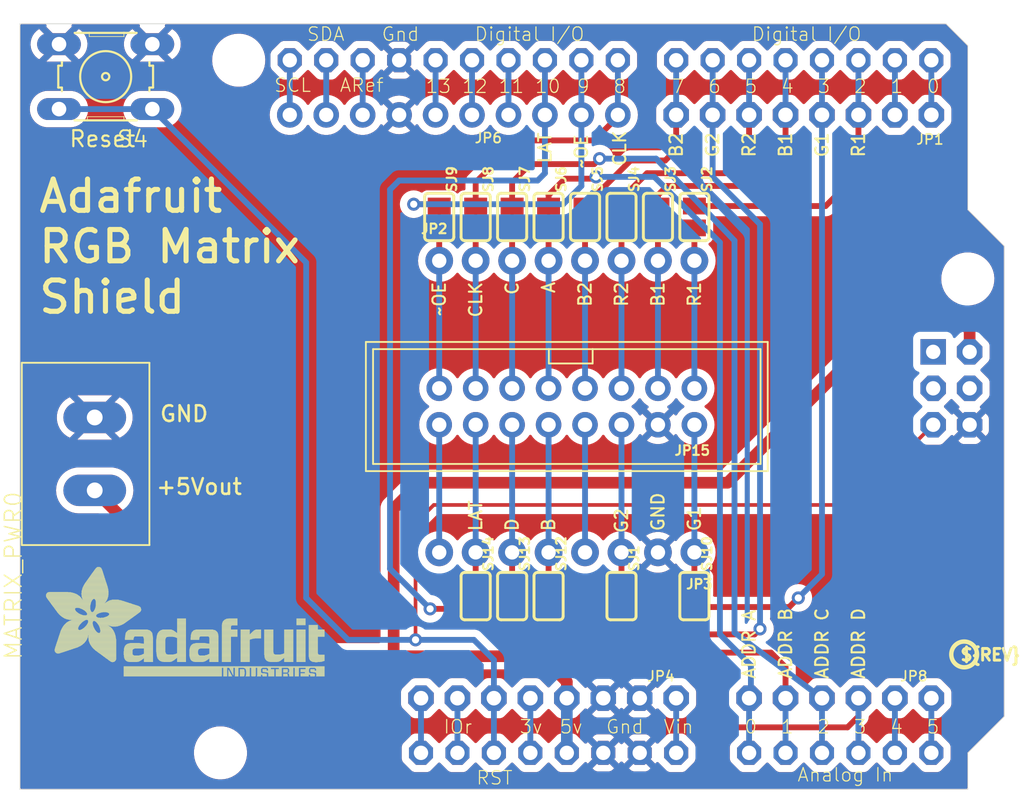
<source format=kicad_pcb>
(kicad_pcb (version 20221018) (generator pcbnew)
  (layers (0 "F.Cu" signal) (31 "B.Cu" signal) (34 "B.Paste" user) (35 "F.Paste" user) (36 "B.SilkS" user "B.Silkscreen") (37 "F.SilkS" user "F.Silkscreen") (38 "B.Mask" user) (39 "F.Mask" user) (44 "Edge.Cuts" user))
  (net 0 "")
  (net 1 "GND")
  (net 2 "VIN")
  (net 3 "+3V")
  (net 4 "~{RESET}")
  (net 5 "IOREF")
  (net 6 "NC")
  (net 7 "AREF")
  (net 8 "D5")
  (net 9 "D2")
  (net 10 "D1")
  (net 11 "D0")
  (net 12 "A5")
  (net 13 "A4")
  (net 14 "A3")
  (net 15 "A2")
  (net 16 "A1")
  (net 17 "A0")
  (net 18 "+5V")
  (net 19 "D13")
  (net 20 "D11")
  (net 21 "D12")
  (net 22 "D10")
  (net 23 "D9")
  (net 24 "D8")
  (net 25 "D7")
  (net 26 "D6")
  (net 27 "D3")
  (net 28 "D4")
  (net 29 "SDA")
  (net 30 "SCL")
  (net 31 "R1")
  (net 32 "B1")
  (net 33 "R2")
  (net 34 "B2")
  (net 35 "ADDR_A")
  (net 36 "ADDR_C")
  (net 37 "CLK")
  (net 38 "OE")
  (net 39 "LAT")
  (net 40 "ADDR_D")
  (net 41 "ADDR_B")
  (net 42 "G2")
  (net 43 "G1")
  (net 44 "E_1")
  (net 45 "E_2")
  (net 46 "MISO")
  (net 47 "SCK")
  (net 48 "MOSI")
  (footprint "working:SOLDERJUMPER_CLOSEDWIRE" (layer "F.Cu") (at 161.2011 91.7956 -90)
    (fp_text reference "SJ2")
    (fp_text value "")
  )
  (footprint "working:1X08-CLEANBIG" (layer "F.Cu") (at 168.8211 84.6836)
    (fp_text reference "JP1")
    (fp_text value "")
  )
  (footprint "working:ADAFRUIT_TEXT_20MM" (layer "F.Cu") (at 115.8621 123.7996)
    (fp_text reference "U$9" hide)
    (fp_text value "" hide)
  )
  (footprint "working:SOLDERJUMPER_CLOSEDWIRE" (layer "F.Cu") (at 151.0411 91.7956 -90)
    (fp_text reference "SJ6")
    (fp_text value "")
  )
  (footprint "working:B3F-10XX" (layer "F.Cu") (at 120.1801 82.0166 180)
    (fp_text reference "S4")
    (fp_text value "6mm")
  )
  (footprint "working:SOLDERJUMPER_CLOSEDWIRE" (layer "F.Cu") (at 145.9611 118.2116 -90)
    (fp_text reference "SJ14")
    (fp_text value "")
  )
  (footprint "working:SOLDERJUMPER_CLOSEDWIRE" (layer "F.Cu") (at 148.5011 118.2116 -90)
    (fp_text reference "SJ13")
    (fp_text value "")
  )
  (footprint "working:2X08_SHROUDED" (layer "F.Cu") (at 152.3111 105.0036 180)
    (fp_text reference "JP15")
    (fp_text value "Shrouded 2x8")
  )
  (footprint "working:1X08_ROUND_76" (layer "F.Cu") (at 152.3111 115.1636 180)
    (fp_text reference "JP3")
    (fp_text value "")
  )
  (footprint "working:SOLDERJUMPER_CLOSEDWIRE" (layer "F.Cu") (at 151.0411 118.2116 -90)
    (fp_text reference "SJ12")
    (fp_text value "")
  )
  (footprint "working:SOLDERJUMPER_CLOSEDWIRE" (layer "F.Cu") (at 161.2011 118.2116 -90)
    (fp_text reference "SJ10")
    (fp_text value "")
  )
  (footprint "" (layer "F.Cu") (at 128.1811 129.1336)
    (fp_text reference "@HOLE1" hide)
    (fp_text value "")
  )
  (footprint "working:PCBFEAT-REV-040" (layer "F.Cu") (at 179.9971 122.2756)
    (fp_text reference "U$8" hide)
    (fp_text value "" hide)
  )
  (footprint "" (layer "F.Cu") (at 129.4511 80.8736)
    (fp_text reference "@HOLE0" hide)
    (fp_text value "")
  )
  (footprint "working:SOLDERJUMPER_CLOSEDWIRE" (layer "F.Cu") (at 148.5011 91.7956 -90)
    (fp_text reference "SJ7")
    (fp_text value "")
  )
  (footprint "working:SOLDERJUMPER_CLOSEDWIRE" (layer "F.Cu") (at 158.6611 91.7956 -90)
    (fp_text reference "SJ3")
    (fp_text value "")
  )
  (footprint "working:1X10_ROUND70" (layer "F.Cu") (at 144.4371 84.6836)
    (fp_text reference "JP6")
    (fp_text value "")
  )
  (footprint "working:SOLDERJUMPER_CLOSEDWIRE" (layer "F.Cu") (at 153.5811 91.7956 -90)
    (fp_text reference "SJ5")
    (fp_text value "")
  )
  (footprint "working:SOLDERJUMPER_CLOSEDWIRE" (layer "F.Cu") (at 156.1211 91.7956 -90)
    (fp_text reference "SJ4")
    (fp_text value "")
  )
  (footprint "working:TERMBLOCK508" (layer "F.Cu") (at 119.4181 108.3056 -90)
    (fp_text reference "MATRIX_PWR0")
    (fp_text value "PINHEAD" hide)
  )
  (footprint "working:SOLDERJUMPER_CLOSEDWIRE" (layer "F.Cu") (at 143.4211 91.7956 -90)
    (fp_text reference "SJ9")
    (fp_text value "")
  )
  (footprint "" (layer "F.Cu") (at 180.2511 96.1136)
    (fp_text reference "@HOLE2" hide)
    (fp_text value "")
  )
  (footprint "working:1X08_ROUND_76" (layer "F.Cu") (at 152.3111 94.8436)
    (fp_text reference "JP2")
    (fp_text value "")
  )
  (footprint "working:SOLDERJUMPER_CLOSEDWIRE" (layer "F.Cu") (at 145.9611 91.7956 -90)
    (fp_text reference "SJ8")
    (fp_text value "")
  )
  (footprint "working:SOLDERJUMPER_CLOSEDWIRE" (layer "F.Cu") (at 156.1211 118.2116 -90)
    (fp_text reference "SJ1")
    (fp_text value "")
  )
  (footprint "working:ARDUINOR3_ICSP_NODIM" (layer "F.Cu") (at 114.2111 131.6736)
    (fp_text reference "U$41" hide)
    (fp_text value "ARDUINO_R3_ICSP_NODIM" hide)
  )
  (footprint "working:1X08-CLEANBIG" (layer "F.Cu") (at 151.0411 125.3236 180)
    (fp_text reference "JP4")
    (fp_text value "")
  )
  (footprint "working:1X06-CLEANBIG" (layer "F.Cu") (at 171.3611 125.3236 180)
    (fp_text reference "JP8")
    (fp_text value "")
  )
  (gr_line (start 182.7911 93.8276) (end 180.2511 91.2876) (stroke (width 0.05)) (layer "Edge.Cuts"))
  (gr_line (start 180.2511 131.6736) (end 180.2511 129.1336) (stroke (width 0.05)) (layer "Edge.Cuts"))
  (gr_line (start 180.2511 129.1336) (end 182.7911 126.5936) (stroke (width 0.05)) (layer "Edge.Cuts"))
  (gr_line (start 180.2511 79.8576) (end 178.7271 78.3336) (stroke (width 0.05)) (layer "Edge.Cuts"))
  (gr_line (start 180.2511 91.2876) (end 180.2511 79.8576) (stroke (width 0.05)) (layer "Edge.Cuts"))
  (gr_line (start 178.7271 78.3336) (end 114.2111 78.3336) (stroke (width 0.05)) (layer "Edge.Cuts"))
  (gr_line (start 114.2111 78.3336) (end 114.2111 131.6736) (stroke (width 0.05)) (layer "Edge.Cuts"))
  (gr_line (start 182.7911 126.5936) (end 182.7911 93.8276) (stroke (width 0.05)) (layer "Edge.Cuts"))
  (gr_line (start 114.2111 131.6736) (end 180.2511 131.6736) (stroke (width 0.05)) (layer "Edge.Cuts"))
  (gr_text "R1" (at 172.6311 85.8266 90) (layer "F.SilkS") (effects (font (size 0.87376 0.87376) (thickness 0.14224)) (justify right)))
  (gr_text "D" (at 148.5011 113.7666 90) (layer "F.SilkS") (effects (font (size 0.87376 0.87376) (thickness 0.14224)) (justify left)))
  (gr_text "A" (at 151.0411 96.2406 90) (layer "F.SilkS") (effects (font (size 0.87376 0.87376) (thickness 0.14224)) (justify right)))
  (gr_text "CLK" (at 145.9611 96.2406 90) (layer "F.SilkS") (effects (font (size 0.87376 0.87376) (thickness 0.14224)) (justify right)))
  (gr_text "Reset" (at 122.3391 85.6996) (layer "F.SilkS") (effects (font (size 1.1176 1.1176) (thickness 0.1524)) (justify right top)))
  (gr_text "R1" (at 161.2011 96.2406 90) (layer "F.SilkS") (effects (font (size 0.87376 0.87376) (thickness 0.14224)) (justify right)))
  (gr_text "C" (at 148.5011 96.2406 90) (layer "F.SilkS") (effects (font (size 0.87376 0.87376) (thickness 0.14224)) (justify right)))
  (gr_text "B" (at 151.0411 113.7666 90) (layer "F.SilkS") (effects (font (size 0.87376 0.87376) (thickness 0.14224)) (justify left)))
  (gr_text "ADDR C" (at 170.0911 124.0536 90) (layer "F.SilkS") (effects (font (size 0.87376 0.87376) (thickness 0.14224)) (justify left)))
  (gr_text "LAT" (at 150.7871 85.8266 90) (layer "F.SilkS") (effects (font (size 0.87376 0.87376) (thickness 0.14224)) (justify right)))
  (gr_text "LAT" (at 145.9611 113.7666 90) (layer "F.SilkS") (effects (font (size 0.87376 0.87376) (thickness 0.14224)) (justify left)))
  (gr_text "GND" (at 123.8631 105.5116) (layer "F.SilkS") (effects (font (size 1.0922 1.0922) (thickness 0.1778)) (justify left)))
  (gr_text "G2" (at 162.4711 85.8266 90) (layer "F.SilkS") (effects (font (size 0.87376 0.87376) (thickness 0.14224)) (justify right)))
  (gr_text "+5Vout" (at 123.6091 110.5916) (layer "F.SilkS") (effects (font (size 1.0922 1.0922) (thickness 0.1778)) (justify left)))
  (gr_text "GND" (at 158.6611 113.7666 90) (layer "F.SilkS") (effects (font (size 0.87376 0.87376) (thickness 0.14224)) (justify left)))
  (gr_text "G2" (at 156.1211 113.8936 90) (layer "F.SilkS") (effects (font (size 0.87376 0.87376) (thickness 0.14224)) (justify left)))
  (gr_text "ADDR D" (at 172.6311 124.0536 90) (layer "F.SilkS") (effects (font (size 0.87376 0.87376) (thickness 0.14224)) (justify left)))
  (gr_text "B2" (at 159.9311 85.8266 90) (layer "F.SilkS") (effects (font (size 0.87376 0.87376) (thickness 0.14224)) (justify right)))
  (gr_text "~OE" (at 153.3271 85.9536 90) (layer "F.SilkS") (effects (font (size 0.87376 0.87376) (thickness 0.14224)) (justify right)))
  (gr_text "~OE" (at 143.4211 96.2406 90) (layer "F.SilkS") (effects (font (size 0.87376 0.87376) (thickness 0.14224)) (justify right)))
  (gr_text "G1" (at 161.2011 113.7666 90) (layer "F.SilkS") (effects (font (size 0.87376 0.87376) (thickness 0.14224)) (justify left)))
  (gr_text "R2" (at 156.1211 96.2406 90) (layer "F.SilkS") (effects (font (size 0.87376 0.87376) (thickness 0.14224)) (justify right)))
  (gr_text "B1" (at 158.6611 96.2406 90) (layer "F.SilkS") (effects (font (size 0.87376 0.87376) (thickness 0.14224)) (justify right)))
  (gr_text "G1" (at 170.0911 85.8266 90) (layer "F.SilkS") (effects (font (size 0.87376 0.87376) (thickness 0.14224)) (justify right)))
  (gr_text "R2" (at 165.0111 85.8266 90) (layer "F.SilkS") (effects (font (size 0.87376 0.87376) (thickness 0.14224)) (justify right)))
  (gr_text "CLK" (at 155.9941 85.6996 90) (layer "F.SilkS") (effects (font (size 0.87376 0.87376) (thickness 0.14224)) (justify right)))
  (gr_text "ADDR B" (at 167.5511 124.0536 90) (layer "F.SilkS") (effects (font (size 0.87376 0.87376) (thickness 0.14224)) (justify left)))
  (gr_text "B1" (at 167.5511 85.8266 90) (layer "F.SilkS") (effects (font (size 0.87376 0.87376) (thickness 0.14224)) (justify right)))
  (gr_text "ADDR A" (at 165.0111 124.0536 90) (layer "F.SilkS") (effects (font (size 0.87376 0.87376) (thickness 0.14224)) (justify left)))
  (gr_text "Adafruit\nRGB Matrix\nShield" (at 115.3541 98.6536) (layer "F.SilkS") (effects (font (size 2.1844 2.1844) (thickness 0.3556)) (justify left bottom)))
  (gr_text "B2" (at 153.5811 96.2406 90) (layer "F.SilkS") (effects (font (size 0.87376 0.87376) (thickness 0.14224)) (justify right)))
  (segment (start 180.2511 106.4006) (end 180.3781 106.2736) (width 0.4064) (layer "F.Cu") (net 1))
  (segment (start 157.2641 125.1966) (end 157.3911 125.3236) (width 0.4064) (layer "B.Cu") (net 1))
  (segment (start 159.9311 125.3236) (end 159.9311 129.1336) (width 0.4064) (layer "B.Cu") (net 2))
  (segment (start 149.7711 129.1336) (end 149.7711 125.3236) (width 0.4064) (layer "B.Cu") (net 3))
  (segment (start 141.7701 113.1316) (end 141.7701 121.2596) (width 0.254) (layer "F.Cu") (net 4))
  (segment (start 177.8381 106.2736) (end 172.2501 111.8616) (width 0.254) (layer "F.Cu") (net 4))
  (segment (start 143.0401 111.8616) (end 141.7701 113.1316) (width 0.254) (layer "F.Cu") (net 4))
  (segment (start 172.2501 111.8616) (end 143.0401 111.8616) (width 0.254) (layer "F.Cu") (net 4))
  (via (at 141.7701 121.2596) (size 0.9064) (drill 0.5) (layers "F.Cu" "B.Cu") (net 4))
  (segment (start 147.2311 125.3236) (end 147.2311 129.1336) (width 0.4064) (layer "B.Cu") (net 4))
  (segment (start 134.1501 94.9706) (end 125.7681 86.5886) (width 0.4064) (layer "B.Cu") (net 4))
  (segment (start 134.1501 118.3386) (end 134.1501 94.9706) (width 0.4064) (layer "B.Cu") (net 4))
  (segment (start 147.2311 125.3236) (end 147.2311 122.6566) (width 0.4064) (layer "B.Cu") (net 4))
  (segment (start 145.8341 121.2596) (end 141.7701 121.2596) (width 0.4064) (layer "B.Cu") (net 4))
  (segment (start 137.0711 121.2596) (end 134.1501 118.3386) (width 0.4064) (layer "B.Cu") (net 4))
  (segment (start 116.9289 84.2772) (end 123.4313 84.2772) (width 0.4064) (layer "B.Cu") (net 4))
  (segment (start 125.7681 86.5886) (end 123.4567 84.3026) (width 0.4064) (layer "B.Cu") (net 4))
  (segment (start 123.4567 84.3026) (end 123.4313 84.2772) (width 0.4064) (layer "B.Cu") (net 4))
  (segment (start 141.7701 121.2596) (end 137.0711 121.2596) (width 0.4064) (layer "B.Cu") (net 4))
  (segment (start 147.2311 122.6566) (end 145.8341 121.2596) (width 0.4064) (layer "B.Cu") (net 4))
  (segment (start 144.6911 129.1336) (end 144.6911 125.3236) (width 0.4064) (layer "B.Cu") (net 5))
  (segment (start 142.1511 125.3236) (end 142.1511 129.1336) (width 0.4064) (layer "B.Cu") (net 6))
  (segment (start 138.0871 80.8736) (end 138.0871 84.6836) (width 0.4064) (layer "B.Cu") (net 7))
  (segment (start 156.1211 90.5256) (end 157.8991 88.7476) (width 0.4064) (layer "F.Cu") (net 8))
  (segment (start 165.0111 87.9856) (end 165.0111 84.6836) (width 0.4064) (layer "F.Cu") (net 8))
  (segment (start 164.2491 88.7476) (end 165.0111 87.9856) (width 0.4064) (layer "F.Cu") (net 8))
  (segment (start 157.8991 88.7476) (end 164.2491 88.7476) (width 0.4064) (layer "F.Cu") (net 8))
  (segment (start 156.1211 91.0336) (end 156.1211 90.5256) (width 0.4064) (layer "F.Cu") (net 8))
  (segment (start 165.0111 80.8736) (end 165.0111 84.6836) (width 0.4064) (layer "B.Cu") (net 8))
  (segment (start 170.3451 91.0336) (end 172.6311 88.7476) (width 0.4064) (layer "F.Cu") (net 9))
  (segment (start 161.2011 91.0336) (end 170.3451 91.0336) (width 0.4064) (layer "F.Cu") (net 9))
  (segment (start 172.6311 88.7476) (end 172.6311 84.6836) (width 0.4064) (layer "F.Cu") (net 9))
  (segment (start 172.6311 80.8736) (end 172.6311 84.6836) (width 0.4064) (layer "B.Cu") (net 9))
  (segment (start 175.1711 80.8736) (end 175.1711 84.6836) (width 0.4064) (layer "B.Cu") (net 10))
  (segment (start 177.7111 80.8736) (end 177.7111 84.6836) (width 0.4064) (layer "B.Cu") (net 11))
  (segment (start 177.7111 125.3236) (end 177.7111 129.1336) (width 0.4064) (layer "B.Cu") (net 12))
  (segment (start 175.1711 129.1336) (end 175.1711 125.3236) (width 0.4064) (layer "B.Cu") (net 13))
  (segment (start 162.4711 125.7046) (end 162.4711 124.4346) (width 0.4064) (layer "F.Cu") (net 14))
  (segment (start 172.6311 125.3236) (end 172.6311 126.5936) (width 0.4064) (layer "F.Cu") (net 14))
  (segment (start 162.4711 124.4346) (end 161.4551 123.4186) (width 0.4064) (layer "F.Cu") (net 14))
  (segment (start 172.6311 126.5936) (end 171.8691 127.3556) (width 0.4064) (layer "F.Cu") (net 14))
  (segment (start 164.1221 127.3556) (end 162.4711 125.7046) (width 0.4064) (layer "F.Cu") (net 14))
  (segment (start 151.1681 120.8786) (end 149.6441 120.8786) (width 0.4064) (layer "F.Cu") (net 14))
  (segment (start 149.6441 120.8786) (end 148.5011 119.7356) (width 0.4064) (layer "F.Cu") (net 14))
  (segment (start 148.5011 119.7356) (end 148.5011 118.9736) (width 0.4064) (layer "F.Cu") (net 14))
  (segment (start 171.8691 127.3556) (end 164.1221 127.3556) (width 0.4064) (layer "F.Cu") (net 14))
  (segment (start 161.4551 123.4186) (end 153.7081 123.4186) (width 0.4064) (layer "F.Cu") (net 14))
  (segment (start 153.7081 123.4186) (end 151.1681 120.8786) (width 0.4064) (layer "F.Cu") (net 14))
  (segment (start 172.6311 125.3236) (end 172.6311 129.1336) (width 0.4064) (layer "B.Cu") (net 14))
  (segment (start 148.5011 91.0336) (end 148.5011 89.3826) (width 0.4064) (layer "F.Cu") (net 15))
  (segment (start 154.2161 88.1126) (end 154.5971 87.7316) (width 0.4064) (layer "F.Cu") (net 15))
  (segment (start 148.5011 89.3826) (end 149.7711 88.1126) (width 0.4064) (layer "F.Cu") (net 15))
  (segment (start 149.7711 88.1126) (end 154.2161 88.1126) (width 0.4064) (layer "F.Cu") (net 15))
  (via (at 154.5971 87.7316) (size 0.9064) (drill 0.5) (layers "F.Cu" "B.Cu") (net 15))
  (segment (start 163.9951 93.4466) (end 163.9951 120.7516) (width 0.4064) (layer "B.Cu") (net 15))
  (segment (start 170.0911 129.1336) (end 170.0911 125.3236) (width 0.4064) (layer "B.Cu") (net 15))
  (segment (start 158.5341 87.7316) (end 163.9951 93.4466) (width 0.4064) (layer "B.Cu") (net 15))
  (segment (start 163.9951 120.7516) (end 170.0911 125.3236) (width 0.4064) (layer "B.Cu") (net 15))
  (segment (start 154.5971 87.7316) (end 158.5341 87.7316) (width 0.4064) (layer "B.Cu") (net 15))
  (segment (start 155.2321 122.1486) (end 152.0571 118.9736) (width 0.4064) (layer "F.Cu") (net 16))
  (segment (start 167.5511 123.1646) (end 166.5351 122.1486) (width 0.4064) (layer "F.Cu") (net 16))
  (segment (start 167.5511 125.3236) (end 167.5511 123.1646) (width 0.4064) (layer "F.Cu") (net 16))
  (segment (start 166.5351 122.1486) (end 155.2321 122.1486) (width 0.4064) (layer "F.Cu") (net 16))
  (segment (start 152.0571 118.9736) (end 151.0411 118.9736) (width 0.4064) (layer "F.Cu") (net 16))
  (segment (start 167.5511 125.3236) (end 167.5511 129.1336) (width 0.4064) (layer "B.Cu") (net 16))
  (segment (start 152.1841 89.1286) (end 154.2161 89.1286) (width 0.4064) (layer "F.Cu") (net 17))
  (segment (start 151.0411 91.0336) (end 151.0411 90.2716) (width 0.4064) (layer "F.Cu") (net 17))
  (segment (start 154.2161 89.1286) (end 154.3431 89.0016) (width 0.4064) (layer "F.Cu") (net 17))
  (segment (start 151.0411 90.2716) (end 152.1841 89.1286) (width 0.4064) (layer "F.Cu") (net 17))
  (via (at 154.3431 89.0016) (size 0.9064) (drill 0.5) (layers "F.Cu" "B.Cu") (net 17))
  (segment (start 162.9791 120.8786) (end 165.1381 123.0376) (width 0.4064) (layer "B.Cu") (net 17))
  (segment (start 165.1381 123.0376) (end 165.1381 125.1966) (width 0.4064) (layer "B.Cu") (net 17))
  (segment (start 158.4071 89.0016) (end 162.9791 93.5736) (width 0.4064) (layer "B.Cu") (net 17))
  (segment (start 154.3431 89.0016) (end 158.4071 89.0016) (width 0.4064) (layer "B.Cu") (net 17))
  (segment (start 165.0111 125.3236) (end 165.0111 129.1336) (width 0.4064) (layer "B.Cu") (net 17))
  (segment (start 165.1381 125.1966) (end 165.0111 125.3236) (width 0.4064) (layer "B.Cu") (net 17))
  (segment (start 162.9791 93.5736) (end 162.9791 120.8786) (width 0.4064) (layer "B.Cu") (net 17))
  (segment (start 142.0495 110.3122) (end 140.2461 112.1156) (width 0.8128) (layer "F.Cu") (net 18))
  (segment (start 163.5125 110.3122) (end 142.0495 110.3122) (width 0.8128) (layer "F.Cu") (net 18))
  (segment (start 174.9171 98.9076) (end 163.5125 110.3122) (width 0.8128) (layer "F.Cu") (net 18))
  (segment (start 180.3781 101.1936) (end 180.3781 99.6696) (width 0.8128) (layer "F.Cu") (net 18))
  (segment (start 140.2461 122.2756) (end 140.1191 122.4026) (width 0.8128) (layer "F.Cu") (net 18))
  (segment (start 140.1191 122.4026) (end 130.9751 122.4026) (width 0.8128) (layer "F.Cu") (net 18))
  (segment (start 140.2461 112.1156) (end 140.2461 122.2756) (width 0.8128) (layer "F.Cu") (net 18))
  (segment (start 130.9751 122.4026) (end 119.4181 110.8456) (width 0.8128) (layer "F.Cu") (net 18))
  (segment (start 152.3111 125.3236) (end 152.3111 124.1806) (width 0.8128) (layer "F.Cu") (net 18))
  (segment (start 150.5331 122.4026) (end 140.1191 122.4026) (width 0.8128) (layer "F.Cu") (net 18))
  (segment (start 152.3111 124.1806) (end 150.5331 122.4026) (width 0.8128) (layer "F.Cu") (net 18))
  (segment (start 180.3781 99.6696) (end 179.6161 98.9076) (width 0.8128) (layer "F.Cu") (net 18))
  (segment (start 179.6161 98.9076) (end 174.9171 98.9076) (width 0.8128) (layer "F.Cu") (net 18))
  (segment (start 152.3111 125.3236) (end 152.3111 129.1336) (width 0.8128) (layer "B.Cu") (net 18))
  (segment (start 143.1671 80.8736) (end 143.1671 84.6836) (width 0.4064) (layer "B.Cu") (net 19))
  (segment (start 148.2471 80.8736) (end 148.2471 84.6836) (width 0.4064) (layer "B.Cu") (net 20))
  (segment (start 145.7071 80.8736) (end 145.7071 84.6836) (width 0.4064) (layer "B.Cu") (net 21))
  (segment (start 145.8341 119.1006) (end 145.9611 118.9736) (width 0.4064) (layer "F.Cu") (net 22))
  (segment (start 142.7861 119.1006) (end 145.8341 119.1006) (width 0.4064) (layer "F.Cu") (net 22))
  (via (at 142.7861 119.1006) (size 0.9064) (drill 0.5) (layers "F.Cu" "B.Cu") (net 22))
  (segment (start 150.7871 88.7476) (end 150.2791 89.2556) (width 0.4064) (layer "B.Cu") (net 22))
  (segment (start 139.9921 116.3066) (end 142.7861 119.1006) (width 0.4064) (layer "B.Cu") (net 22))
  (segment (start 150.2791 89.2556) (end 140.6271 89.2556) (width 0.4064) (layer "B.Cu") (net 22))
  (segment (start 150.7871 84.6836) (end 150.7871 88.7476) (width 0.4064) (layer "B.Cu") (net 22))
  (segment (start 140.6271 89.2556) (end 139.9921 89.8906) (width 0.4064) (layer "B.Cu") (net 22))
  (segment (start 150.7871 80.8736) (end 150.7871 84.6836) (width 0.4064) (layer "B.Cu") (net 22))
  (segment (start 139.9921 89.8906) (end 139.9921 116.3066) (width 0.4064) (layer "B.Cu") (net 22))
  (segment (start 143.4211 91.0336) (end 143.2941 90.9066) (width 0.4064) (layer "F.Cu") (net 23))
  (segment (start 143.2941 90.9066) (end 141.6431 90.9066) (width 0.4064) (layer "F.Cu") (net 23))
  (via (at 141.6431 90.9066) (size 0.9064) (drill 0.5) (layers "F.Cu" "B.Cu") (net 23))
  (segment (start 153.3271 89.6366) (end 153.3271 84.6836) (width 0.4064) (layer "B.Cu") (net 23))
  (segment (start 141.6431 90.9066) (end 152.0571 90.9066) (width 0.4064) (layer "B.Cu") (net 23))
  (segment (start 153.3271 80.8736) (end 153.3271 84.6836) (width 0.4064) (layer "B.Cu") (net 23))
  (segment (start 152.0571 90.9066) (end 153.3271 89.6366) (width 0.4064) (layer "B.Cu") (net 23))
  (segment (start 154.2161 86.4616) (end 155.8671 84.8106) (width 0.4064) (layer "F.Cu") (net 24))
  (segment (start 155.8671 84.8106) (end 155.8671 84.6836) (width 0.4064) (layer "F.Cu") (net 24))
  (segment (start 145.9611 91.0336) (end 145.9611 89.3826) (width 0.4064) (layer "F.Cu") (net 24))
  (segment (start 148.8821 86.4616) (end 154.2161 86.4616) (width 0.4064) (layer "F.Cu") (net 24))
  (segment (start 145.9611 89.3826) (end 148.8821 86.4616) (width 0.4064) (layer "F.Cu") (net 24))
  (segment (start 155.8671 80.8736) (end 155.8671 84.6836) (width 0.4064) (layer "B.Cu") (net 24))
  (segment (start 153.5811 91.0336) (end 156.7561 87.8586) (width 0.4064) (layer "F.Cu") (net 25))
  (segment (start 159.9311 87.0966) (end 159.9311 84.6836) (width 0.4064) (layer "F.Cu") (net 25))
  (segment (start 156.7561 87.8586) (end 159.1691 87.8586) (width 0.4064) (layer "F.Cu") (net 25))
  (segment (start 159.1691 87.8586) (end 159.9311 87.0966) (width 0.4064) (layer "F.Cu") (net 25))
  (segment (start 159.9311 80.8736) (end 159.9311 84.6836) (width 0.4064) (layer "B.Cu") (net 25))
  (segment (start 158.6611 120.8786) (end 165.3921 120.8786) (width 0.4064) (layer "F.Cu") (net 26))
  (segment (start 165.3921 120.8786) (end 165.7731 120.4976) (width 0.4064) (layer "F.Cu") (net 26))
  (segment (start 156.7561 118.9736) (end 158.6611 120.8786) (width 0.4064) (layer "F.Cu") (net 26))
  (segment (start 156.1211 118.9736) (end 156.7561 118.9736) (width 0.4064) (layer "F.Cu") (net 26))
  (via (at 165.7731 120.4976) (size 0.9064) (drill 0.5) (layers "F.Cu" "B.Cu") (net 26))
  (segment (start 162.4711 80.8736) (end 162.4711 84.6836) (width 0.4064) (layer "B.Cu") (net 26))
  (segment (start 165.7731 92.3036) (end 162.4711 89.0016) (width 0.4064) (layer "B.Cu") (net 26))
  (segment (start 162.4711 89.0016) (end 162.4711 84.6836) (width 0.4064) (layer "B.Cu") (net 26))
  (segment (start 165.7731 120.4976) (end 165.7731 92.3036) (width 0.4064) (layer "B.Cu") (net 26))
  (segment (start 161.2011 118.9736) (end 167.8051 118.9736) (width 0.4064) (layer "F.Cu") (net 27))
  (segment (start 167.8051 118.9736) (end 168.4401 118.3386) (width 0.4064) (layer "F.Cu") (net 27))
  (via (at 168.4401 118.3386) (size 0.9064) (drill 0.5) (layers "F.Cu" "B.Cu") (net 27))
  (segment (start 170.0911 116.6876) (end 170.0911 84.6836) (width 0.4064) (layer "B.Cu") (net 27))
  (segment (start 168.4401 118.3386) (end 170.0911 116.6876) (width 0.4064) (layer "B.Cu") (net 27))
  (segment (start 170.0911 80.8736) (end 170.0911 84.6836) (width 0.4064) (layer "B.Cu") (net 27))
  (segment (start 158.6611 91.0336) (end 158.6611 90.2716) (width 0.4064) (layer "F.Cu") (net 28))
  (segment (start 159.2961 89.6366) (end 167.0431 89.6366) (width 0.4064) (layer "F.Cu") (net 28))
  (segment (start 167.0431 89.6366) (end 167.5511 89.1286) (width 0.4064) (layer "F.Cu") (net 28))
  (segment (start 167.5511 89.1286) (end 167.5511 84.6836) (width 0.4064) (layer "F.Cu") (net 28))
  (segment (start 158.6611 90.2716) (end 159.2961 89.6366) (width 0.4064) (layer "F.Cu") (net 28))
  (segment (start 167.5511 80.8736) (end 167.5511 84.6836) (width 0.4064) (layer "B.Cu") (net 28))
  (segment (start 135.5471 84.6836) (end 135.5471 80.8736) (width 0.4064) (layer "B.Cu") (net 29))
  (segment (start 133.0071 80.8736) (end 133.0071 84.6836) (width 0.4064) (layer "B.Cu") (net 30))
  (segment (start 161.2011 92.5576) (end 161.2011 94.8436) (width 0.4064) (layer "F.Cu") (net 31))
  (segment (start 161.2011 103.7336) (end 161.2011 94.8436) (width 0.4064) (layer "B.Cu") (net 31))
  (segment (start 158.6611 94.8436) (end 158.6611 92.5576) (width 0.4064) (layer "F.Cu") (net 32))
  (segment (start 158.6611 94.8436) (end 158.6611 103.7336) (width 0.4064) (layer "B.Cu") (net 32))
  (segment (start 156.1211 92.5576) (end 156.1211 94.8436) (width 0.4064) (layer "F.Cu") (net 33))
  (segment (start 156.1211 103.7336) (end 156.1211 94.8436) (width 0.4064) (layer "B.Cu") (net 33))
  (segment (start 153.5811 92.5576) (end 153.5811 94.8436) (width 0.4064) (layer "F.Cu") (net 34))
  (segment (start 153.5811 94.8436) (end 153.5811 103.7336) (width 0.4064) (layer "B.Cu") (net 34))
  (segment (start 151.0411 92.5576) (end 151.0411 94.8436) (width 0.4064) (layer "F.Cu") (net 35))
  (segment (start 151.0411 103.7336) (end 151.0411 94.8436) (width 0.4064) (layer "B.Cu") (net 35))
  (segment (start 148.5011 92.5576) (end 148.5011 94.8436) (width 0.4064) (layer "F.Cu") (net 36))
  (segment (start 148.5011 103.7336) (end 148.5011 94.8436) (width 0.4064) (layer "B.Cu") (net 36))
  (segment (start 145.9611 92.5576) (end 145.9611 94.8436) (width 0.4064) (layer "F.Cu") (net 37))
  (segment (start 145.9611 103.7336) (end 145.9611 94.8436) (width 0.4064) (layer "B.Cu") (net 37))
  (segment (start 143.4211 92.5576) (end 143.4211 94.8436) (width 0.4064) (layer "F.Cu") (net 38))
  (segment (start 143.4211 103.7336) (end 143.4211 94.8436) (width 0.4064) (layer "B.Cu") (net 38))
  (segment (start 145.9611 117.4496) (end 145.9611 115.1636) (width 0.4064) (layer "F.Cu") (net 39))
  (segment (start 145.9611 106.2736) (end 145.9611 115.1636) (width 0.4064) (layer "B.Cu") (net 39))
  (segment (start 148.5011 117.4496) (end 148.5011 115.1636) (width 0.4064) (layer "F.Cu") (net 40))
  (segment (start 148.5011 106.2736) (end 148.5011 115.1636) (width 0.4064) (layer "B.Cu") (net 40))
  (segment (start 151.0411 117.4496) (end 151.0411 115.1636) (width 0.4064) (layer "F.Cu") (net 41))
  (segment (start 151.0411 106.2736) (end 151.0411 115.1636) (width 0.4064) (layer "B.Cu") (net 41))
  (segment (start 156.1211 117.4496) (end 156.1211 115.1636) (width 0.4064) (layer "F.Cu") (net 42))
  (segment (start 156.1211 106.2736) (end 156.1211 115.1636) (width 0.4064) (layer "B.Cu") (net 42))
  (segment (start 161.2011 117.4496) (end 161.2011 115.1636) (width 0.4064) (layer "F.Cu") (net 43))
  (segment (start 161.2011 106.2736) (end 161.2011 115.1636) (width 0.4064) (layer "B.Cu") (net 43))
  (segment (start 153.5811 106.2736) (end 153.5811 115.1636) (width 0.4064) (layer "B.Cu") (net 44))
  (segment (start 143.4211 106.2736) (end 143.4211 115.1636) (width 0.4064) (layer "B.Cu") (net 45))
  (zone (net 1) (net_name "GND") (layer "F.Cu") (priority 6) (connect_pads (clearance 0.508)) (min_thickness 0.2032) (fill yes (thermal_gap 0.4564) (thermal_bridge_width 0.4564))
    (polygon (pts (xy 182.9943 131.8768) (xy 114.0079 131.8768) (xy 114.0079 78.1304) (xy 182.9943 78.1304)))
  )
  (zone (net 1) (net_name "GND") (layer "B.Cu") (priority 6) (connect_pads (clearance 0.508)) (min_thickness 0.2032) (fill yes (thermal_gap 0.4564) (thermal_bridge_width 0.4564))
    (polygon (pts (xy 182.9943 131.8768) (xy 114.0079 131.8768) (xy 114.0079 78.1304) (xy 182.9943 78.1304)))
  )
)
</source>
